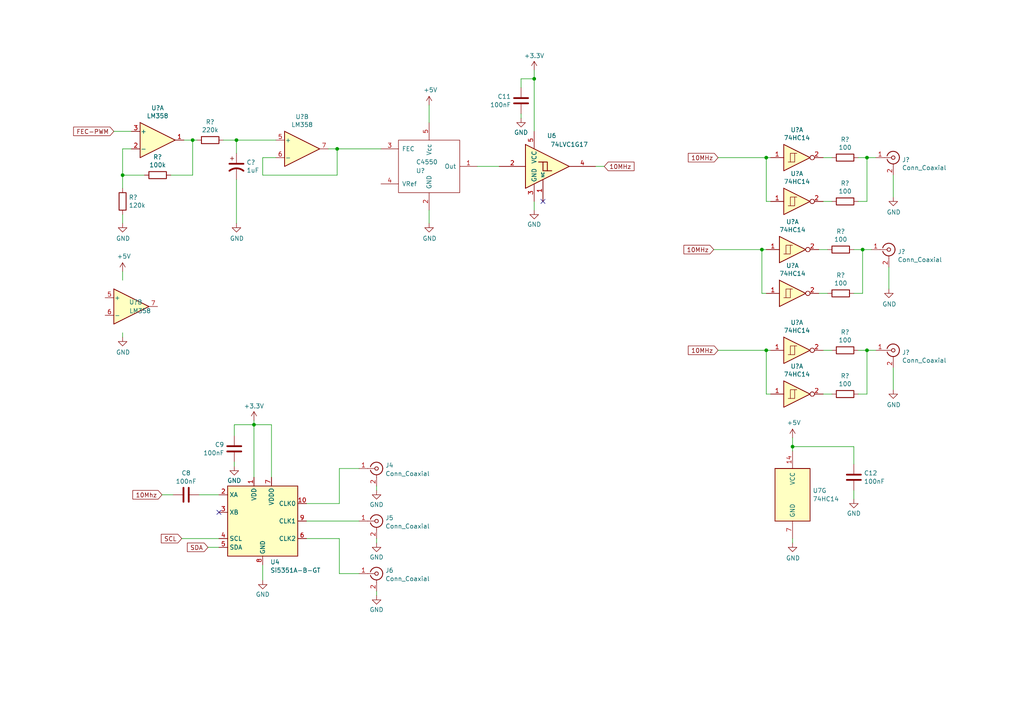
<source format=kicad_sch>
(kicad_sch (version 20230121) (generator eeschema)
  (paper "A4")
  (lib_symbols
    (symbol "74xGxx:74LVC1G17"
      (property "Reference" "U" (at 2.54 7.62 0))
      (property "Value" "74LVC1G17" (at 5.08 -7.62 0))
      (symbol "74LVC1G17_0_1"
        (polyline (pts (xy -2.54 1.27) (xy -1.27 1.27) (xy -1.27 -1.27)) (stroke (width 0.254)) (fill (type background)))
        (polyline (pts (xy -7.62 6.35) (xy -7.62 -6.35) (xy 5.08 0) (xy -7.62 6.35)) (stroke (width 0.254)) (fill (type background)))
        (polyline (pts (xy -3.81 1.27) (xy -2.54 1.27) (xy -2.54 -1.27) (xy 0 -1.27)) (stroke (width 0.254)) (fill (type background)))
      )
      (symbol "74LVC1G17_1_1"
        (pin free line (at -2.54 -10.16 90) (length 6.35) (name "NC") (number "1"))
        (pin input line (at -15.24 0 0) (length 7.62) (name "~") (number "2"))
        (pin power_in line (at -5.08 -10.16 90) (length 5.08) (name "GND") (number "3"))
        (pin output line (at 12.7 0 180) (length 7.62) (name "~") (number "4"))
        (pin power_in line (at -5.08 10.16 270) (length 5.08) (name "VCC") (number "5"))
      )
    )
    (symbol "74xx:74HC14" (pin_names (offset 1.016))
      (property "Reference" "U" (at 0 1.27 0))
      (property "Value" "74HC14" (at 0 -1.27 0))
      (symbol "74HC14_1_0"
        (polyline (pts (xy -3.81 3.81) (xy -3.81 -3.81) (xy 3.81 0) (xy -3.81 3.81)) (stroke (width 0.254)) (fill (type background)))
        (pin input line (at -7.62 0 0) (length 3.81) (name "~") (number "1"))
        (pin output inverted (at 7.62 0 180) (length 3.81) (name "~") (number "2"))
      )
      (symbol "74HC14_1_1"
        (polyline (pts (xy -1.905 -1.27) (xy -1.905 1.27) (xy -0.635 1.27)))
        (polyline (pts (xy -2.54 -1.27) (xy -0.635 -1.27) (xy -0.635 1.27) (xy 0 1.27)))
      )
      (symbol "74HC14_2_0"
        (polyline (pts (xy -3.81 3.81) (xy -3.81 -3.81) (xy 3.81 0) (xy -3.81 3.81)) (stroke (width 0.254)) (fill (type background)))
        (pin input line (at -7.62 0 0) (length 3.81) (name "~") (number "3"))
        (pin output inverted (at 7.62 0 180) (length 3.81) (name "~") (number "4"))
      )
      (symbol "74HC14_2_1"
        (polyline (pts (xy -1.905 -1.27) (xy -1.905 1.27) (xy -0.635 1.27)))
        (polyline (pts (xy -2.54 -1.27) (xy -0.635 -1.27) (xy -0.635 1.27) (xy 0 1.27)))
      )
      (symbol "74HC14_3_0"
        (polyline (pts (xy -3.81 3.81) (xy -3.81 -3.81) (xy 3.81 0) (xy -3.81 3.81)) (stroke (width 0.254)) (fill (type background)))
        (pin input line (at -7.62 0 0) (length 3.81) (name "~") (number "5"))
        (pin output inverted (at 7.62 0 180) (length 3.81) (name "~") (number "6"))
      )
      (symbol "74HC14_3_1"
        (polyline (pts (xy -1.905 -1.27) (xy -1.905 1.27) (xy -0.635 1.27)))
        (polyline (pts (xy -2.54 -1.27) (xy -0.635 -1.27) (xy -0.635 1.27) (xy 0 1.27)))
      )
      (symbol "74HC14_4_0"
        (polyline (pts (xy -3.81 3.81) (xy -3.81 -3.81) (xy 3.81 0) (xy -3.81 3.81)) (stroke (width 0.254)) (fill (type background)))
        (pin output inverted (at 7.62 0 180) (length 3.81) (name "~") (number "8"))
        (pin input line (at -7.62 0 0) (length 3.81) (name "~") (number "9"))
      )
      (symbol "74HC14_4_1"
        (polyline (pts (xy -1.905 -1.27) (xy -1.905 1.27) (xy -0.635 1.27)))
        (polyline (pts (xy -2.54 -1.27) (xy -0.635 -1.27) (xy -0.635 1.27) (xy 0 1.27)))
      )
      (symbol "74HC14_5_0"
        (polyline (pts (xy -3.81 3.81) (xy -3.81 -3.81) (xy 3.81 0) (xy -3.81 3.81)) (stroke (width 0.254)) (fill (type background)))
        (pin output inverted (at 7.62 0 180) (length 3.81) (name "~") (number "10"))
        (pin input line (at -7.62 0 0) (length 3.81) (name "~") (number "11"))
      )
      (symbol "74HC14_5_1"
        (polyline (pts (xy -1.905 -1.27) (xy -1.905 1.27) (xy -0.635 1.27)))
        (polyline (pts (xy -2.54 -1.27) (xy -0.635 -1.27) (xy -0.635 1.27) (xy 0 1.27)))
      )
      (symbol "74HC14_6_0"
        (polyline (pts (xy -3.81 3.81) (xy -3.81 -3.81) (xy 3.81 0) (xy -3.81 3.81)) (stroke (width 0.254)) (fill (type background)))
        (pin output inverted (at 7.62 0 180) (length 3.81) (name "~") (number "12"))
        (pin input line (at -7.62 0 0) (length 3.81) (name "~") (number "13"))
      )
      (symbol "74HC14_6_1"
        (polyline (pts (xy -1.905 -1.27) (xy -1.905 1.27) (xy -0.635 1.27)))
        (polyline (pts (xy -2.54 -1.27) (xy -0.635 -1.27) (xy -0.635 1.27) (xy 0 1.27)))
      )
      (symbol "74HC14_7_0"
        (pin power_in line (at 0 12.7 270) (length 5.08) (name "VCC") (number "14"))
        (pin power_in line (at 0 -12.7 90) (length 5.08) (name "GND") (number "7"))
      )
      (symbol "74HC14_7_1"
        (rectangle (start -5.08 7.62) (end 5.08 -7.62) (stroke (width 0.254)) (fill (type background)))
      )
    )
    (symbol "Amplifier_Operational:LM358" (pin_names (offset 0.127))
      (property "Reference" "U" (at 0 5.08 0))
      (property "Value" "LM358" (at 0 -5.08 0))
      (symbol "LM358_1_1"
        (polyline (pts (xy -5.08 5.08) (xy 5.08 0) (xy -5.08 -5.08) (xy -5.08 5.08)) (stroke (width 0.254)) (fill (type background)))
        (pin output line (at 7.62 0 180) (length 2.54) (name "~") (number "1"))
        (pin input line (at -7.62 -2.54 0) (length 2.54) (name "-") (number "2"))
        (pin input line (at -7.62 2.54 0) (length 2.54) (name "+") (number "3"))
      )
      (symbol "LM358_2_1"
        (polyline (pts (xy -5.08 5.08) (xy 5.08 0) (xy -5.08 -5.08) (xy -5.08 5.08)) (stroke (width 0.254)) (fill (type background)))
        (pin input line (at -7.62 2.54 0) (length 2.54) (name "+") (number "5"))
        (pin input line (at -7.62 -2.54 0) (length 2.54) (name "-") (number "6"))
        (pin output line (at 7.62 0 180) (length 2.54) (name "~") (number "7"))
      )
      (symbol "LM358_3_1"
        (pin power_in line (at -2.54 -7.62 90) (length 3.81) (name "V-") (number "4"))
        (pin power_in line (at -2.54 7.62 270) (length 3.81) (name "V+") (number "8"))
      )
    )
    (symbol "Connector:Conn_Coaxial" (pin_names (offset 1.016) hide)
      (property "Reference" "J" (at 0.254 3.048 0))
      (property "Value" "Conn_Coaxial" (at 2.921 0 90))
      (symbol "Conn_Coaxial_0_1"
        (arc (start -1.778 -0.508) (mid 0.2311 -1.8066) (end 1.778 0) (stroke (width 0.254)))
        (polyline (pts (xy -2.54 0) (xy -0.508 0)))
        (polyline (pts (xy 0 -2.54) (xy 0 -1.778)))
        (circle (center 0 0) (radius 0.508) (stroke (width 0.2032)))
        (arc (start 1.778 0) (mid 0.2099 1.8101) (end -1.778 0.508) (stroke (width 0.254)))
      )
      (symbol "Conn_Coaxial_1_1"
        (pin passive line (at -5.08 0 0) (length 2.54) (name "In") (number "1"))
        (pin passive line (at 0 -5.08 90) (length 2.54) (name "Ext") (number "2"))
      )
    )
    (symbol "Device:C" (pin_numbers hide) (pin_names (offset 0.254))
      (property "Reference" "C" (at 0.635 2.54 0))
      (property "Value" "C" (at 0.635 -2.54 0))
      (symbol "C_0_1"
        (polyline (pts (xy -2.032 -0.762) (xy 2.032 -0.762)) (stroke (width 0.508)))
        (polyline (pts (xy -2.032 0.762) (xy 2.032 0.762)) (stroke (width 0.508)))
      )
      (symbol "C_1_1"
        (pin passive line (at 0 3.81 270) (length 2.794) (name "~") (number "1"))
        (pin passive line (at 0 -3.81 90) (length 2.794) (name "~") (number "2"))
      )
    )
    (symbol "Device:R" (pin_numbers hide) (pin_names (offset 0))
      (property "Reference" "R" (at 2.032 0 90))
      (property "Value" "R" (at 0 0 90))
      (symbol "R_0_1"
        (rectangle (start -1.016 -2.54) (end 1.016 2.54) (stroke (width 0.254)))
      )
      (symbol "R_1_1"
        (pin passive line (at 0 3.81 270) (length 1.27) (name "~") (number "1"))
        (pin passive line (at 0 -3.81 90) (length 1.27) (name "~") (number "2"))
      )
    )
    (symbol "Oscillator:Si5351A-B-GT"
      (property "Reference" "U" (at -8.89 11.43 0))
      (property "Value" "Si5351A-B-GT" (at -12.7 -12.7 0))
      (symbol "Si5351A-B-GT_0_1"
        (rectangle (start -10.16 10.16) (end 10.16 -10.16) (stroke (width 0.254)) (fill (type background)))
      )
      (symbol "Si5351A-B-GT_1_1"
        (pin power_in line (at -2.54 12.7 270) (length 2.54) (name "VDD") (number "1"))
        (pin output line (at 12.7 5.08 180) (length 2.54) (name "CLK0") (number "10"))
        (pin input line (at -12.7 7.62 0) (length 2.54) (name "XA") (number "2"))
        (pin input line (at -12.7 2.54 0) (length 2.54) (name "XB") (number "3"))
        (pin input line (at -12.7 -5.08 0) (length 2.54) (name "SCL") (number "4"))
        (pin bidirectional line (at -12.7 -7.62 0) (length 2.54) (name "SDA") (number "5"))
        (pin output line (at 12.7 -5.08 180) (length 2.54) (name "CLK2") (number "6"))
        (pin power_in line (at 2.54 12.7 270) (length 2.54) (name "VDDO") (number "7"))
        (pin power_in line (at 0 -12.7 90) (length 2.54) (name "GND") (number "8"))
        (pin output line (at 12.7 0 180) (length 2.54) (name "CLK1") (number "9"))
      )
    )
    (symbol "c4550:C4550" (pin_names (offset 1.016))
      (property "Reference" "U" (at 0 -1.27 0))
      (property "Value" "C4550" (at 0 1.27 0))
      (symbol "C4550_0_1"
        (rectangle (start 8.89 7.62) (end -8.89 -7.62))
      )
      (symbol "C4550_1_1"
        (pin output line (at 13.97 0 180) (length 5.08) (name "Out") (number "1"))
        (pin power_in line (at 0 -12.7 90) (length 5.08) (name "GND") (number "2"))
        (pin input line (at -13.97 5.08 0) (length 5.08) (name "FEC") (number "3"))
        (pin output line (at -13.97 -5.08 0) (length 5.08) (name "VRef") (number "4"))
        (pin power_in line (at 0 12.7 270) (length 5.08) (name "Vcc") (number "5"))
      )
    )
    (symbol "cheapsdo-rescue:CP1-Device" (pin_numbers hide) (pin_names (offset 0.254) hide)
      (property "Reference" "C" (at 0.635 2.54 0))
      (property "Value" "Device_CP1" (at 0.635 -2.54 0))
      (symbol "CP1-Device_0_1"
        (polyline (pts (xy -2.032 0.762) (xy 2.032 0.762)) (stroke (width 0.508)))
        (polyline (pts (xy -1.778 2.286) (xy -0.762 2.286)))
        (polyline (pts (xy -1.27 1.778) (xy -1.27 2.794)))
        (arc (start 2.032 -1.27) (mid 0 -0.5572) (end -2.032 -1.27) (stroke (width 0.508)))
      )
      (symbol "CP1-Device_1_1"
        (pin passive line (at 0 3.81 270) (length 2.794) (name "~") (number "1"))
        (pin passive line (at 0 -3.81 90) (length 3.302) (name "~") (number "2"))
      )
    )
    (symbol "power:+3.3V" (power) (pin_names (offset 0))
      (property "Value" "+3.3V" (at 0 3.556 0))
      (symbol "+3.3V_0_1"
        (polyline (pts (xy -0.762 1.27) (xy 0 2.54)))
        (polyline (pts (xy 0 0) (xy 0 2.54)))
        (polyline (pts (xy 0 2.54) (xy 0.762 1.27)))
      )
      (symbol "+3.3V_1_1"
        (pin power_in line (at 0 0 90) (length 0) hide (name "+3.3V") (number "1"))
      )
    )
    (symbol "power:+5V" (power) (pin_names (offset 0))
      (property "Value" "+5V" (at 0 3.556 0))
      (symbol "+5V_0_1"
        (polyline (pts (xy -0.762 1.27) (xy 0 2.54)))
        (polyline (pts (xy 0 0) (xy 0 2.54)))
        (polyline (pts (xy 0 2.54) (xy 0.762 1.27)))
      )
      (symbol "+5V_1_1"
        (pin power_in line (at 0 0 90) (length 0) hide (name "+5V") (number "1"))
      )
    )
    (symbol "power:GND" (power) (pin_names (offset 0))
      (property "Value" "GND" (at 0 -3.81 0))
      (symbol "GND_0_1"
        (polyline (pts (xy 0 0) (xy 0 -1.27) (xy 1.27 -1.27) (xy 0 -2.54) (xy -1.27 -1.27) (xy 0 -1.27)))
      )
      (symbol "GND_1_1"
        (pin power_in line (at 0 0 270) (length 0) hide (name "GND") (number "1"))
      )
    )
  )
  (junction (at 251.46 45.72))
  (junction (at 154.94 22.86))
  (junction (at 251.46 101.6))
  (junction (at 222.25 101.6))
  (junction (at 55.88 40.64))
  (junction (at 250.19 72.39))
  (junction (at 229.87 129.54))
  (junction (at 35.56 50.8))
  (junction (at 222.25 45.72))
  (junction (at 220.98 72.39))
  (junction (at 68.58 40.64))
  (junction (at 97.79 43.18))
  (junction (at 73.66 123.19))
  (no_connect (at 63.5 148.59))
  (no_connect (at 157.48 58.42))
  (wire (pts (xy 238.76 101.6) (xy 241.3 101.6)))
  (wire (pts (xy 88.9 146.05) (xy 98.425 146.05)))
  (wire (pts (xy 109.22 156.21) (xy 109.22 157.48)))
  (wire (pts (xy 38.1 43.18) (xy 35.56 43.18)))
  (wire (pts (xy 97.79 43.18) (xy 95.25 43.18)))
  (wire (pts (xy 55.88 40.64) (xy 53.34 40.64)))
  (wire (pts (xy 80.01 45.72) (xy 76.2 45.72)))
  (wire (pts (xy 222.25 58.42) (xy 223.52 58.42)))
  (wire (pts (xy 35.56 62.23) (xy 35.56 64.77)))
  (wire (pts (xy 78.74 138.43) (xy 78.74 123.19)))
  (wire (pts (xy 220.98 72.39) (xy 220.98 85.09)))
  (wire (pts (xy 151.13 25.4) (xy 151.13 22.86)))
  (wire (pts (xy 49.53 50.8) (xy 55.88 50.8)))
  (wire (pts (xy 73.66 121.92) (xy 73.66 123.19)))
  (wire (pts (xy 229.87 129.54) (xy 229.87 130.81)))
  (wire (pts (xy 33.02 38.1) (xy 38.1 38.1)))
  (wire (pts (xy 208.28 101.6) (xy 222.25 101.6)))
  (wire (pts (xy 35.56 96.52) (xy 35.56 97.79)))
  (wire (pts (xy 78.74 123.19) (xy 73.66 123.19)))
  (wire (pts (xy 238.76 114.3) (xy 241.3 114.3)))
  (wire (pts (xy 237.49 85.09) (xy 240.03 85.09)))
  (wire (pts (xy 88.9 151.13) (xy 104.14 151.13)))
  (wire (pts (xy 220.98 72.39) (xy 222.25 72.39)))
  (wire (pts (xy 229.87 129.54) (xy 247.65 129.54)))
  (wire (pts (xy 109.22 140.97) (xy 109.22 142.24)))
  (wire (pts (xy 222.25 101.6) (xy 222.25 114.3)))
  (wire (pts (xy 76.2 163.83) (xy 76.2 168.275)))
  (wire (pts (xy 104.14 166.37) (xy 98.425 166.37)))
  (wire (pts (xy 208.28 45.72) (xy 222.25 45.72)))
  (wire (pts (xy 154.94 58.42) (xy 154.94 60.96)))
  (wire (pts (xy 222.25 45.72) (xy 222.25 58.42)))
  (wire (pts (xy 73.66 123.19) (xy 73.66 138.43)))
  (wire (pts (xy 154.94 22.86) (xy 154.94 38.1)))
  (wire (pts (xy 138.43 48.26) (xy 144.78 48.26)))
  (wire (pts (xy 251.46 45.72) (xy 254 45.72)))
  (wire (pts (xy 229.87 127) (xy 229.87 129.54)))
  (wire (pts (xy 257.81 77.47) (xy 257.81 83.82)))
  (wire (pts (xy 68.58 64.77) (xy 68.58 52.07)))
  (wire (pts (xy 98.425 146.05) (xy 98.425 135.89)))
  (wire (pts (xy 76.2 50.8) (xy 97.79 50.8)))
  (wire (pts (xy 55.88 50.8) (xy 55.88 40.64)))
  (wire (pts (xy 207.01 72.39) (xy 220.98 72.39)))
  (wire (pts (xy 259.08 50.8) (xy 259.08 57.15)))
  (wire (pts (xy 35.56 43.18) (xy 35.56 50.8)))
  (wire (pts (xy 251.46 45.72) (xy 251.46 58.42)))
  (wire (pts (xy 67.945 123.19) (xy 67.945 126.365)))
  (wire (pts (xy 124.46 35.56) (xy 124.46 30.48)))
  (wire (pts (xy 250.19 72.39) (xy 250.19 85.09)))
  (wire (pts (xy 98.425 156.21) (xy 88.9 156.21)))
  (wire (pts (xy 35.56 54.61) (xy 35.56 50.8)))
  (wire (pts (xy 250.19 72.39) (xy 252.73 72.39)))
  (wire (pts (xy 68.58 40.64) (xy 68.58 44.45)))
  (wire (pts (xy 247.65 72.39) (xy 250.19 72.39)))
  (wire (pts (xy 60.325 158.75) (xy 63.5 158.75)))
  (wire (pts (xy 222.25 114.3) (xy 223.52 114.3)))
  (wire (pts (xy 248.92 45.72) (xy 251.46 45.72)))
  (wire (pts (xy 35.56 50.8) (xy 41.91 50.8)))
  (wire (pts (xy 35.56 78.74) (xy 35.56 81.28)))
  (wire (pts (xy 154.94 20.32) (xy 154.94 22.86)))
  (wire (pts (xy 55.88 40.64) (xy 57.15 40.64)))
  (wire (pts (xy 98.425 166.37) (xy 98.425 156.21)))
  (wire (pts (xy 238.76 45.72) (xy 241.3 45.72)))
  (wire (pts (xy 251.46 101.6) (xy 251.46 114.3)))
  (wire (pts (xy 46.99 143.51) (xy 50.165 143.51)))
  (wire (pts (xy 251.46 101.6) (xy 254 101.6)))
  (wire (pts (xy 109.22 171.45) (xy 109.22 172.72)))
  (wire (pts (xy 73.66 123.19) (xy 67.945 123.19)))
  (wire (pts (xy 247.65 129.54) (xy 247.65 134.62)))
  (wire (pts (xy 97.79 43.18) (xy 110.49 43.18)))
  (wire (pts (xy 259.08 106.68) (xy 259.08 113.03)))
  (wire (pts (xy 68.58 40.64) (xy 80.01 40.64)))
  (wire (pts (xy 124.46 60.96) (xy 124.46 64.77)))
  (wire (pts (xy 97.79 50.8) (xy 97.79 43.18)))
  (wire (pts (xy 251.46 58.42) (xy 248.92 58.42)))
  (wire (pts (xy 172.72 48.26) (xy 175.26 48.26)))
  (wire (pts (xy 151.13 33.02) (xy 151.13 34.29)))
  (wire (pts (xy 248.92 101.6) (xy 251.46 101.6)))
  (wire (pts (xy 238.76 58.42) (xy 241.3 58.42)))
  (wire (pts (xy 229.87 156.21) (xy 229.87 157.48)))
  (wire (pts (xy 64.77 40.64) (xy 68.58 40.64)))
  (wire (pts (xy 247.65 142.24) (xy 247.65 144.78)))
  (wire (pts (xy 251.46 114.3) (xy 248.92 114.3)))
  (wire (pts (xy 57.785 143.51) (xy 63.5 143.51)))
  (wire (pts (xy 220.98 85.09) (xy 222.25 85.09)))
  (wire (pts (xy 250.19 85.09) (xy 247.65 85.09)))
  (wire (pts (xy 52.705 156.21) (xy 63.5 156.21)))
  (wire (pts (xy 222.25 101.6) (xy 223.52 101.6)))
  (wire (pts (xy 151.13 22.86) (xy 154.94 22.86)))
  (wire (pts (xy 76.2 45.72) (xy 76.2 50.8)))
  (wire (pts (xy 222.25 45.72) (xy 223.52 45.72)))
  (wire (pts (xy 237.49 72.39) (xy 240.03 72.39)))
  (wire (pts (xy 67.945 133.985) (xy 67.945 135.255)))
  (wire (pts (xy 98.425 135.89) (xy 104.14 135.89)))
  (global_label "10MHz" (shape input) (at 208.28 45.72 180) (property "Intersheetrefs" "${INTERSHEET_REFS}" (effects hide)))
  (global_label "10Mhz" (shape input) (at 46.99 143.51 180) (property "Intersheetrefs" "${INTERSHEET_REFS}" (effects hide)))
  (global_label "10MHz" (shape input) (at 207.01 72.39 180) (property "Intersheetrefs" "${INTERSHEET_REFS}" (effects hide)))
  (global_label "SCL" (shape input) (at 52.705 156.21 180) (property "Intersheetrefs" "${INTERSHEET_REFS}" (effects hide)))
  (global_label "10MHz" (shape input) (at 175.26 48.26 0) (property "Intersheetrefs" "${INTERSHEET_REFS}" (effects hide)))
  (global_label "FEC-PWM" (shape input) (at 33.02 38.1 180) (property "Intersheetrefs" "${INTERSHEET_REFS}" (effects hide)))
  (global_label "SDA" (shape input) (at 60.325 158.75 180) (property "Intersheetrefs" "${INTERSHEET_REFS}" (effects hide)))
  (global_label "10MHz" (shape input) (at 208.28 101.6 180) (property "Intersheetrefs" "${INTERSHEET_REFS}" (effects hide)))
  (symbol (lib_id "power:GND") (at 76.2 168.275 0) (unit 1)
    (property "Reference" "#PWR028" (effects hide))
    (property "Value" "GND" (at 76.2 172.4081 0))
  )
  (symbol (lib_id "Connector:Conn_Coaxial") (at 257.81 72.39 0) (unit 1)
    (property "Reference" "J?" (at 260.35 73.025 0) (effects (justify left)))
    (property "Value" "Conn_Coaxial" (at 260.35 75.3364 0) (effects (justify left)))
    (property "Footprint" "Connector_Coaxial:SMA_Samtec_SMA-J-P-X-ST-EM1_EdgeMount" (effects hide))
    (property "Datasheet" " ~" (effects hide))
    (instances (project "cheapsdo" (path "" (reference "J?") (unit 1)) (path "" (reference "J7") (unit 1))))
  )
  (symbol (lib_id "Device:C") (at 67.945 130.175 180) (unit 1)
    (property "Reference" "C9" (at 65.0241 128.9629 0) (effects (justify left)))
    (property "Value" "100nF" (at 65.0241 131.3871 0) (effects (justify left)))
    (property "Footprint" "Capacitor_SMD:C_0603_1608Metric_Pad1.08x0.95mm_HandSolder" (effects hide))
  )
  (symbol (lib_id "Connector:Conn_Coaxial") (at 259.08 101.6 0) (unit 1)
    (property "Reference" "J?" (at 261.62 102.235 0) (effects (justify left)))
    (property "Value" "Conn_Coaxial" (at 261.62 104.5464 0) (effects (justify left)))
    (property "Footprint" "Connector_Coaxial:SMA_Samtec_SMA-J-P-X-ST-EM1_EdgeMount" (effects hide))
    (property "Datasheet" " ~" (effects hide))
    (instances (project "cheapsdo" (path "" (reference "J?") (unit 1)) (path "" (reference "J9") (unit 1))))
  )
  (symbol (lib_id "Device:R") (at 45.72 50.8 270) (unit 1)
    (property "Reference" "R?" (at 45.72 45.5422 90))
    (property "Value" "100k" (at 45.72 47.8536 90))
    (property "Footprint" "Resistor_SMD:R_0603_1608Metric_Pad0.98x0.95mm_HandSolder" (effects hide))
    (instances (project "cheapsdo" (path "" (reference "R?") (unit 1)) (path "" (reference "R9") (unit 1))))
  )
  (symbol (lib_id "cheapsdo-rescue:CP1-Device") (at 68.58 48.26 0) (unit 1)
    (property "Reference" "C?" (at 71.501 47.0916 0) (effects (justify left)))
    (property "Value" "1uF" (at 71.501 49.403 0) (effects (justify left)))
    (property "Footprint" "Capacitor_SMD:C_0603_1608Metric_Pad1.08x0.95mm_HandSolder" (effects hide))
    (instances (project "cheapsdo" (path "" (reference "C?") (unit 1)) (path "" (reference "C10") (unit 1))))
  )
  (symbol (lib_id "74xx:74HC14") (at 231.14 58.42 0) (unit 1)
    (property "Reference" "U?" (at 231.14 50.3682 0))
    (property "Value" "74HC14" (at 231.14 52.6796 0))
    (property "Footprint" "Package_SO:SO-14_3.9x8.65mm_P1.27mm" (effects hide))
    (property "Datasheet" "http://www.ti.com/lit/gpn/sn74HC14" (effects hide))
    (instances (project "cheapsdo" (path "" (reference "U?") (unit 1)) (path "" (reference "U7") (unit 2))))
  )
  (symbol (lib_id "power:GND") (at 229.87 157.48 0) (unit 1)
    (property "Reference" "#PWR?" (effects hide))
    (property "Value" "GND" (at 229.997 161.8742 0))
    (instances (project "cheapsdo" (path "" (reference "#PWR?") (unit 1)) (path "" (reference "#PWR038") (unit 1))))
  )
  (symbol (lib_id "power:GND") (at 259.08 57.15 0) (unit 1)
    (property "Reference" "#PWR?" (effects hide))
    (property "Value" "GND" (at 259.207 61.5442 0))
    (instances (project "cheapsdo" (path "" (reference "#PWR?") (unit 1)) (path "" (reference "#PWR041") (unit 1))))
  )
  (symbol (lib_id "74xx:74HC14") (at 231.14 114.3 0) (unit 1)
    (property "Reference" "U?" (at 231.14 106.2482 0))
    (property "Value" "74HC14" (at 231.14 108.5596 0))
    (property "Footprint" "Package_SO:SO-14_3.9x8.65mm_P1.27mm" (effects hide))
    (property "Datasheet" "http://www.ti.com/lit/gpn/sn74HC14" (effects hide))
    (instances (project "cheapsdo" (path "" (reference "U?") (unit 1)) (path "" (reference "U7") (unit 6))))
  )
  (symbol (lib_id "Device:R") (at 245.11 45.72 270) (unit 1)
    (property "Reference" "R?" (at 245.11 40.4622 90))
    (property "Value" "100" (at 245.11 42.7736 90))
    (property "Footprint" "Resistor_SMD:R_0603_1608Metric_Pad0.98x0.95mm_HandSolder" (effects hide))
    (instances (project "cheapsdo" (path "" (reference "R?") (unit 1)) (path "" (reference "R13") (unit 1))))
  )
  (symbol (lib_id "Connector:Conn_Coaxial") (at 259.08 45.72 0) (unit 1)
    (property "Reference" "J?" (at 261.62 46.355 0) (effects (justify left)))
    (property "Value" "Conn_Coaxial" (at 261.62 48.6664 0) (effects (justify left)))
    (property "Footprint" "Connector_Coaxial:SMA_Samtec_SMA-J-P-X-ST-EM1_EdgeMount" (effects hide))
    (property "Datasheet" " ~" (effects hide))
    (instances (project "cheapsdo" (path "" (reference "J?") (unit 1)) (path "" (reference "J8") (unit 1))))
  )
  (symbol (lib_id "power:GND") (at 154.94 60.96 0) (unit 1)
    (property "Reference" "#PWR036" (effects hide))
    (property "Value" "GND" (at 154.94 65.0931 0))
  )
  (symbol (lib_id "Connector:Conn_Coaxial") (at 109.22 151.13 0) (unit 1)
    (property "Reference" "J5" (at 111.7601 150.2111 0) (effects (justify left)))
    (property "Value" "Conn_Coaxial" (at 111.7601 152.6353 0) (effects (justify left)))
    (property "Footprint" "Connector_Coaxial:U.FL_Molex_MCRF_73412-0110_Vertical" (effects hide))
    (property "Datasheet" " ~" (effects hide))
  )
  (symbol (lib_id "74xGxx:74LVC1G17") (at 160.02 48.26 0) (unit 1)
    (property "Reference" "U6" (at 160.02 39.37 0))
    (property "Value" "74LVC1G17" (at 165.1 41.91 0))
    (property "Footprint" "Package_TO_SOT_SMD:SOT-23-5_HandSoldering" (effects hide))
    (property "Datasheet" "https://www.ti.com/lit/ds/symlink/sn74lvc1g17.pdf" (effects hide))
    (instances (project "cheapsdo" (path "" (reference "U6") (unit 1))) (project "ublox-lea-6h-breakout" (path "" (reference "U2") (unit 1))))
  )
  (symbol (lib_id "74xx:74HC14") (at 231.14 45.72 0) (unit 1)
    (property "Reference" "U?" (at 231.14 37.6682 0))
    (property "Value" "74HC14" (at 231.14 39.9796 0))
    (property "Footprint" "Package_SO:SO-14_3.9x8.65mm_P1.27mm" (effects hide))
    (property "Datasheet" "http://www.ti.com/lit/gpn/sn74HC14" (effects hide))
    (instances (project "cheapsdo" (path "" (reference "U?") (unit 1)) (path "" (reference "U7") (unit 1))))
  )
  (symbol (lib_id "Device:C") (at 247.65 138.43 0) (unit 1)
    (property "Reference" "C12" (at 250.571 137.2179 0) (effects (justify left)))
    (property "Value" "100nF" (at 250.571 139.6421 0) (effects (justify left)))
    (property "Footprint" "Capacitor_SMD:C_0603_1608Metric_Pad1.08x0.95mm_HandSolder" (effects hide))
  )
  (symbol (lib_id "Connector:Conn_Coaxial") (at 109.22 166.37 0) (unit 1)
    (property "Reference" "J6" (at 111.7601 165.4511 0) (effects (justify left)))
    (property "Value" "Conn_Coaxial" (at 111.7601 167.8753 0) (effects (justify left)))
    (property "Footprint" "Connector_Coaxial:U.FL_Molex_MCRF_73412-0110_Vertical" (effects hide))
    (property "Datasheet" " ~" (effects hide))
  )
  (symbol (lib_id "74xx:74HC14") (at 229.87 143.51 0) (unit 7)
    (property "Reference" "U7" (at 235.712 142.2979 0) (effects (justify left)))
    (property "Value" "74HC14" (at 235.712 144.7221 0) (effects (justify left)))
    (property "Datasheet" "http://www.ti.com/lit/gpn/sn74HC14" (effects hide))
  )
  (symbol (lib_id "Amplifier_Operational:LM358") (at 45.72 40.64 0) (unit 1)
    (property "Reference" "U?" (at 45.72 31.3182 0))
    (property "Value" "LM358" (at 45.72 33.6296 0))
    (property "Footprint" "Package_SO:SOIC-8_3.9x4.9mm_P1.27mm" (effects hide))
    (property "Datasheet" "http://www.ti.com/lit/ds/symlink/lm2904-n.pdf" (effects hide))
    (instances (project "cheapsdo" (path "" (reference "U?") (unit 1)) (path "" (reference "U3") (unit 1))))
  )
  (symbol (lib_id "power:GND") (at 109.22 157.48 0) (unit 1)
    (property "Reference" "#PWR030" (effects hide))
    (property "Value" "GND" (at 109.22 161.6131 0))
  )
  (symbol (lib_id "power:GND") (at 35.56 97.79 0) (unit 1)
    (property "Reference" "#PWR?" (effects hide))
    (property "Value" "GND" (at 35.687 102.1842 0))
    (instances (project "cheapsdo" (path "" (reference "#PWR?") (unit 1)) (path "" (reference "#PWR024") (unit 1))))
  )
  (symbol (lib_id "power:GND") (at 247.65 144.78 0) (unit 1)
    (property "Reference" "#PWR039" (effects hide))
    (property "Value" "GND" (at 247.65 148.9131 0))
  )
  (symbol (lib_id "power:GND") (at 257.81 83.82 0) (unit 1)
    (property "Reference" "#PWR?" (effects hide))
    (property "Value" "GND" (at 257.937 88.2142 0))
    (instances (project "cheapsdo" (path "" (reference "#PWR?") (unit 1)) (path "" (reference "#PWR040") (unit 1))))
  )
  (symbol (lib_id "74xx:74HC14") (at 229.87 72.39 0) (unit 1)
    (property "Reference" "U?" (at 229.87 64.3382 0))
    (property "Value" "74HC14" (at 229.87 66.6496 0))
    (property "Footprint" "Package_SO:SO-14_3.9x8.65mm_P1.27mm" (effects hide))
    (property "Datasheet" "http://www.ti.com/lit/gpn/sn74HC14" (effects hide))
    (instances (project "cheapsdo" (path "" (reference "U?") (unit 1)) (path "" (reference "U7") (unit 3))))
  )
  (symbol (lib_id "Device:R") (at 243.84 85.09 270) (unit 1)
    (property "Reference" "R?" (at 243.84 79.8322 90))
    (property "Value" "100" (at 243.84 82.1436 90))
    (property "Footprint" "Resistor_SMD:R_0603_1608Metric_Pad0.98x0.95mm_HandSolder" (effects hide))
    (instances (project "cheapsdo" (path "" (reference "R?") (unit 1)) (path "" (reference "R12") (unit 1))))
  )
  (symbol (lib_id "Device:R") (at 245.11 101.6 270) (unit 1)
    (property "Reference" "R?" (at 245.11 96.3422 90))
    (property "Value" "100" (at 245.11 98.6536 90))
    (property "Footprint" "Resistor_SMD:R_0603_1608Metric_Pad0.98x0.95mm_HandSolder" (effects hide))
    (instances (project "cheapsdo" (path "" (reference "R?") (unit 1)) (path "" (reference "R15") (unit 1))))
  )
  (symbol (lib_id "power:+5V") (at 35.56 78.74 0) (unit 1)
    (property "Reference" "#PWR?" (effects hide))
    (property "Value" "+5V" (at 35.941 74.3458 0))
    (instances (project "cheapsdo" (path "" (reference "#PWR?") (unit 1)) (path "" (reference "#PWR023") (unit 1))))
  )
  (symbol (lib_id "power:GND") (at 35.56 64.77 0) (unit 1)
    (property "Reference" "#PWR?" (effects hide))
    (property "Value" "GND" (at 35.687 69.1642 0))
    (instances (project "cheapsdo" (path "" (reference "#PWR?") (unit 1)) (path "" (reference "#PWR022") (unit 1))))
  )
  (symbol (lib_id "Device:R") (at 245.11 114.3 270) (unit 1)
    (property "Reference" "R?" (at 245.11 109.0422 90))
    (property "Value" "100" (at 245.11 111.3536 90))
    (property "Footprint" "Resistor_SMD:R_0603_1608Metric_Pad0.98x0.95mm_HandSolder" (effects hide))
    (instances (project "cheapsdo" (path "" (reference "R?") (unit 1)) (path "" (reference "R16") (unit 1))))
  )
  (symbol (lib_id "power:GND") (at 68.58 64.77 0) (unit 1)
    (property "Reference" "#PWR?" (effects hide))
    (property "Value" "GND" (at 68.707 69.1642 0))
    (instances (project "cheapsdo" (path "" (reference "#PWR?") (unit 1)) (path "" (reference "#PWR026") (unit 1))))
  )
  (symbol (lib_id "Device:R") (at 245.11 58.42 270) (unit 1)
    (property "Reference" "R?" (at 245.11 53.1622 90))
    (property "Value" "100" (at 245.11 55.4736 90))
    (property "Footprint" "Resistor_SMD:R_0603_1608Metric_Pad0.98x0.95mm_HandSolder" (effects hide))
    (instances (project "cheapsdo" (path "" (reference "R?") (unit 1)) (path "" (reference "R14") (unit 1))))
  )
  (symbol (lib_id "power:+5V") (at 124.46 30.48 0) (unit 1)
    (property "Reference" "#PWR?" (effects hide))
    (property "Value" "+5V" (at 124.841 26.0858 0))
    (instances (project "cheapsdo" (path "" (reference "#PWR?") (unit 1)) (path "" (reference "#PWR032") (unit 1))))
  )
  (symbol (lib_id "Device:C") (at 53.975 143.51 270) (unit 1)
    (property "Reference" "C8" (at 53.975 137.2067 90))
    (property "Value" "100nF" (at 53.975 139.6309 90))
    (property "Footprint" "Capacitor_SMD:C_0603_1608Metric_Pad1.08x0.95mm_HandSolder" (effects hide))
  )
  (symbol (lib_id "74xx:74HC14") (at 231.14 101.6 0) (unit 1)
    (property "Reference" "U?" (at 231.14 93.5482 0))
    (property "Value" "74HC14" (at 231.14 95.8596 0))
    (property "Footprint" "Package_SO:SO-14_3.9x8.65mm_P1.27mm" (effects hide))
    (property "Datasheet" "http://www.ti.com/lit/gpn/sn74HC14" (effects hide))
    (instances (project "cheapsdo" (path "" (reference "U?") (unit 1)) (path "" (reference "U7") (unit 5))))
  )
  (symbol (lib_id "74xx:74HC14") (at 229.87 85.09 0) (unit 1)
    (property "Reference" "U?" (at 229.87 77.0382 0))
    (property "Value" "74HC14" (at 229.87 79.3496 0))
    (property "Footprint" "Package_SO:SO-14_3.9x8.65mm_P1.27mm" (effects hide))
    (property "Datasheet" "http://www.ti.com/lit/gpn/sn74HC14" (effects hide))
    (instances (project "cheapsdo" (path "" (reference "U?") (unit 1)) (path "" (reference "U7") (unit 4))))
  )
  (symbol (lib_id "Device:R") (at 243.84 72.39 270) (unit 1)
    (property "Reference" "R?" (at 243.84 67.1322 90))
    (property "Value" "100" (at 243.84 69.4436 90))
    (property "Footprint" "Resistor_SMD:R_0603_1608Metric_Pad0.98x0.95mm_HandSolder" (effects hide))
    (instances (project "cheapsdo" (path "" (reference "R?") (unit 1)) (path "" (reference "R11") (unit 1))))
  )
  (symbol (lib_id "Device:C") (at 151.13 29.21 180) (unit 1)
    (property "Reference" "C11" (at 148.2091 27.9979 0) (effects (justify left)))
    (property "Value" "100nF" (at 148.2091 30.4221 0) (effects (justify left)))
    (property "Footprint" "Capacitor_SMD:C_0603_1608Metric_Pad1.08x0.95mm_HandSolder" (effects hide))
  )
  (symbol (lib_id "Amplifier_Operational:LM358") (at 87.63 43.18 0) (unit 2)
    (property "Reference" "U?" (at 87.63 33.8582 0))
    (property "Value" "LM358" (at 87.63 36.1696 0))
    (property "Footprint" "Package_SO:SOIC-8_3.9x4.9mm_P1.27mm" (effects hide))
    (property "Datasheet" "http://www.ti.com/lit/ds/symlink/lm2904-n.pdf" (effects hide))
    (instances (project "cheapsdo" (path "" (reference "U?") (unit 2)) (path "" (reference "U3") (unit 2))))
  )
  (symbol (lib_id "power:+5V") (at 229.87 127 0) (unit 1)
    (property "Reference" "#PWR?" (effects hide))
    (property "Value" "+5V" (at 230.251 122.6058 0))
    (instances (project "cheapsdo" (path "" (reference "#PWR?") (unit 1)) (path "" (reference "#PWR037") (unit 1))))
  )
  (symbol (lib_id "power:GND") (at 151.13 34.29 0) (unit 1)
    (property "Reference" "#PWR034" (effects hide))
    (property "Value" "GND" (at 151.13 38.4231 0))
  )
  (symbol (lib_id "power:GND") (at 109.22 142.24 0) (unit 1)
    (property "Reference" "#PWR029" (effects hide))
    (property "Value" "GND" (at 109.22 146.3731 0))
  )
  (symbol (lib_id "power:GND") (at 259.08 113.03 0) (unit 1)
    (property "Reference" "#PWR?" (effects hide))
    (property "Value" "GND" (at 259.207 117.4242 0))
    (instances (project "cheapsdo" (path "" (reference "#PWR?") (unit 1)) (path "" (reference "#PWR042") (unit 1))))
  )
  (symbol (lib_id "Oscillator:Si5351A-B-GT") (at 76.2 151.13 0) (unit 1)
    (property "Reference" "U4" (at 78.3941 163.0101 0) (effects (justify left)))
    (property "Value" "Si5351A-B-GT" (at 78.3941 165.4343 0) (effects (justify left)))
    (property "Footprint" "Package_SO:MSOP-10_3x3mm_P0.5mm" (effects hide))
    (property "Datasheet" "https://www.silabs.com/documents/public/data-sheets/Si5351-B.pdf" (effects hide))
  )
  (symbol (lib_id "Connector:Conn_Coaxial") (at 109.22 135.89 0) (unit 1)
    (property "Reference" "J4" (at 111.7601 134.9711 0) (effects (justify left)))
    (property "Value" "Conn_Coaxial" (at 111.7601 137.3953 0) (effects (justify left)))
    (property "Footprint" "Connector_Coaxial:U.FL_Molex_MCRF_73412-0110_Vertical" (effects hide))
    (property "Datasheet" " ~" (effects hide))
  )
  (symbol (lib_id "Device:R") (at 60.96 40.64 270) (unit 1)
    (property "Reference" "R?" (at 60.96 35.3822 90))
    (property "Value" "220k" (at 60.96 37.6936 90))
    (property "Footprint" "Resistor_SMD:R_0603_1608Metric_Pad0.98x0.95mm_HandSolder" (effects hide))
    (instances (project "cheapsdo" (path "" (reference "R?") (unit 1)) (path "" (reference "R10") (unit 1))))
  )
  (symbol (lib_id "Device:R") (at 35.56 58.42 0) (unit 1)
    (property "Reference" "R?" (at 37.338 57.2516 0) (effects (justify left)))
    (property "Value" "120k" (at 37.338 59.563 0) (effects (justify left)))
    (property "Footprint" "Resistor_SMD:R_0603_1608Metric_Pad0.98x0.95mm_HandSolder" (effects hide))
    (instances (project "cheapsdo" (path "" (reference "R?") (unit 1)) (path "" (reference "R8") (unit 1))))
  )
  (symbol (lib_id "power:GND") (at 67.945 135.255 0) (unit 1)
    (property "Reference" "#PWR025" (effects hide))
    (property "Value" "GND" (at 67.945 139.3881 0))
  )
  (symbol (lib_id "power:GND") (at 109.22 172.72 0) (unit 1)
    (property "Reference" "#PWR031" (effects hide))
    (property "Value" "GND" (at 109.22 176.8531 0))
  )
  (symbol (lib_id "c4550:C4550") (at 124.46 48.26 0) (unit 1)
    (property "Reference" "U?" (at 120.65 49.53 0) (effects (justify left)))
    (property "Value" "C4550" (at 120.65 46.99 0) (effects (justify left)))
    (property "Footprint" "ocxo:ocxo" (effects hide))
    (instances (project "cheapsdo" (path "" (reference "U?") (unit 1)) (path "" (reference "U5") (unit 1))))
  )
  (symbol (lib_id "power:GND") (at 124.46 64.77 0) (unit 1)
    (property "Reference" "#PWR?" (effects hide))
    (property "Value" "GND" (at 124.587 69.1642 0))
    (instances (project "cheapsdo" (path "" (reference "#PWR?") (unit 1)) (path "" (reference "#PWR033") (unit 1))))
  )
  (symbol (lib_id "power:+3.3V") (at 154.94 20.32 0) (unit 1)
    (property "Reference" "#PWR035" (effects hide))
    (property "Value" "+3.3V" (at 154.94 16.1869 0))
  )
  (symbol (lib_id "Amplifier_Operational:LM358") (at 38.1 88.9 0) (unit 2)
    (property "Reference" "U?" (at 39.37 87.63 0))
    (property "Value" "LM358" (at 40.64 90.17 0))
    (property "Footprint" "Package_SO:SOIC-8_3.9x4.9mm_P1.27mm" (effects hide))
    (property "Datasheet" "http://www.ti.com/lit/ds/symlink/lm2904-n.pdf" (effects hide))
    (instances (project "cheapsdo" (path "" (reference "U?") (unit 2)) (path "" (reference "U3") (unit 3))))
  )
  (symbol (lib_id "power:+3.3V") (at 73.66 121.92 0) (unit 1)
    (property "Reference" "#PWR027" (effects hide))
    (property "Value" "+3.3V" (at 73.66 117.7869 0))
  )
)
</source>
